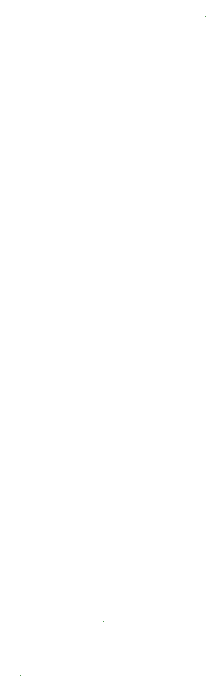
<source format=gbr>
G04*
G04 #@! TF.GenerationSoftware,Altium Limited,Altium Designer,25.4.2 (15)*
G04*
G04 Layer_Color=16711935*
%FSLAX44Y44*%
%MOMM*%
G71*
G04*
G04 #@! TF.SameCoordinates,6A45B100-41C4-4237-90B8-33650A0F4B54*
G04*
G04*
G04 #@! TF.FilePolarity,Positive*
G04*
G01*
G75*
G36*
X45299Y15787D02*
Y15433D01*
X44946D01*
Y15787D01*
X45299D01*
D02*
G37*
G36*
X58074Y3101D02*
Y2669D01*
X57643D01*
Y3101D01*
X58074D01*
D02*
G37*
G36*
X128449Y48434D02*
Y48002D01*
X128018D01*
Y48434D01*
X128449D01*
D02*
G37*
G36*
X102920Y52905D02*
Y52551D01*
X102567D01*
Y52905D01*
X102920D01*
D02*
G37*
G36*
X144368Y97873D02*
Y98058D01*
X144554D01*
Y97873D01*
X144368D01*
D02*
G37*
G36*
X214091Y560169D02*
Y560824D01*
X214745D01*
Y560169D01*
X214091D01*
D02*
G37*
M02*

</source>
